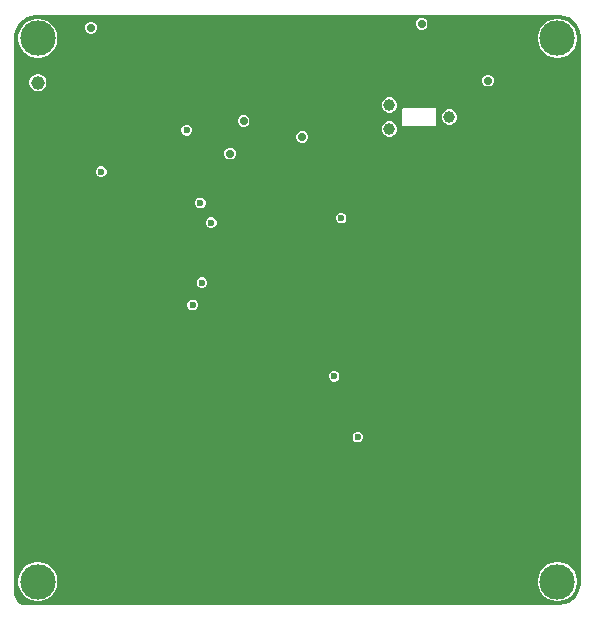
<source format=gbr>
%TF.GenerationSoftware,Altium Limited,Altium Designer,23.5.1 (21)*%
G04 Layer_Physical_Order=2*
G04 Layer_Color=12811406*
%FSLAX45Y45*%
%MOMM*%
%TF.SameCoordinates,D1A1A69A-B0F0-4312-96CC-35C0D177272F*%
%TF.FilePolarity,Positive*%
%TF.FileFunction,Copper,L2,Inr,Signal*%
%TF.Part,Single*%
G01*
G75*
%TA.AperFunction,ViaPad*%
%ADD53C,1.15200*%
%ADD54C,3.00000*%
%TA.AperFunction,ComponentPad*%
%ADD55C,0.99100*%
%TA.AperFunction,ViaPad*%
%ADD56C,0.80000*%
%ADD57C,0.60000*%
%ADD58C,0.70000*%
%ADD59C,0.50000*%
G36*
X12858337Y9992314D02*
X12894736Y9977238D01*
X12927492Y9955350D01*
X12955350Y9927492D01*
X12977237Y9894736D01*
X12992314Y9858338D01*
X13000000Y9819698D01*
Y9800000D01*
Y5200000D01*
Y5180302D01*
X12992314Y5141662D01*
X12977237Y5105264D01*
X12955350Y5072507D01*
X12927492Y5044650D01*
X12894736Y5022762D01*
X12858337Y5007686D01*
X12819698Y5000000D01*
X8290151D01*
X8270831Y5003843D01*
X8252632Y5011381D01*
X8236254Y5022325D01*
X8222325Y5036254D01*
X8211381Y5052632D01*
X8203843Y5070831D01*
X8200000Y5090151D01*
Y5100000D01*
Y9800000D01*
Y9800000D01*
Y9819698D01*
X8207686Y9858338D01*
X8222762Y9894736D01*
X8244650Y9927492D01*
X8272507Y9955350D01*
X8305264Y9977238D01*
X8341662Y9992314D01*
X8380302Y10000000D01*
X12819698D01*
X12858337Y9992314D01*
D02*
G37*
%LPC*%
G36*
X11658745Y9973101D02*
X11638854D01*
X11620477Y9965489D01*
X11606412Y9951424D01*
X11598800Y9933047D01*
Y9913156D01*
X11606412Y9894779D01*
X11620477Y9880713D01*
X11638854Y9873101D01*
X11658745D01*
X11677122Y9880713D01*
X11691188Y9894779D01*
X11698800Y9913156D01*
Y9933047D01*
X11691188Y9951424D01*
X11677122Y9965489D01*
X11658745Y9973101D01*
D02*
G37*
G36*
X8859946Y9940000D02*
X8840054D01*
X8821677Y9932388D01*
X8807612Y9918323D01*
X8800000Y9899946D01*
Y9880054D01*
X8807612Y9861677D01*
X8821677Y9847612D01*
X8840054Y9840000D01*
X8859946D01*
X8878323Y9847612D01*
X8892388Y9861677D01*
X8900000Y9880054D01*
Y9899946D01*
X8892388Y9918323D01*
X8878323Y9932388D01*
X8859946Y9940000D01*
D02*
G37*
G36*
X12816251Y9965000D02*
X12783749D01*
X12751871Y9958659D01*
X12721843Y9946221D01*
X12694819Y9928164D01*
X12671836Y9905181D01*
X12653779Y9878157D01*
X12641341Y9848129D01*
X12635000Y9816251D01*
Y9783749D01*
X12641341Y9751871D01*
X12653779Y9721843D01*
X12671836Y9694819D01*
X12694819Y9671836D01*
X12721843Y9653779D01*
X12751871Y9641341D01*
X12783749Y9635000D01*
X12816251D01*
X12848129Y9641341D01*
X12878157Y9653779D01*
X12905180Y9671836D01*
X12928165Y9694819D01*
X12946220Y9721843D01*
X12958659Y9751871D01*
X12964999Y9783749D01*
Y9816251D01*
X12958659Y9848129D01*
X12946220Y9878157D01*
X12928165Y9905181D01*
X12905180Y9928164D01*
X12878157Y9946221D01*
X12848129Y9958659D01*
X12816251Y9965000D01*
D02*
G37*
G36*
X8416251D02*
X8383749D01*
X8351871Y9958659D01*
X8321843Y9946221D01*
X8294819Y9928164D01*
X8271836Y9905181D01*
X8253779Y9878157D01*
X8241341Y9848129D01*
X8235000Y9816251D01*
Y9783749D01*
X8241341Y9751871D01*
X8253779Y9721843D01*
X8271836Y9694819D01*
X8294819Y9671836D01*
X8321843Y9653779D01*
X8351871Y9641341D01*
X8383749Y9635000D01*
X8416251D01*
X8448129Y9641341D01*
X8478157Y9653779D01*
X8505181Y9671836D01*
X8528164Y9694819D01*
X8546221Y9721843D01*
X8558659Y9751871D01*
X8565000Y9783749D01*
Y9816251D01*
X8558659Y9848129D01*
X8546221Y9878157D01*
X8528164Y9905181D01*
X8505181Y9928164D01*
X8478157Y9946221D01*
X8448129Y9958659D01*
X8416251Y9965000D01*
D02*
G37*
G36*
X12224265Y9492271D02*
X12204374D01*
X12185997Y9484659D01*
X12171931Y9470594D01*
X12164320Y9452217D01*
Y9432326D01*
X12171931Y9413948D01*
X12185997Y9399883D01*
X12204374Y9392271D01*
X12224265D01*
X12242642Y9399883D01*
X12256708Y9413948D01*
X12264319Y9432326D01*
Y9452217D01*
X12256708Y9470594D01*
X12242642Y9484659D01*
X12224265Y9492271D01*
D02*
G37*
G36*
X8409558Y9497600D02*
X8390442D01*
X8371977Y9492652D01*
X8355423Y9483094D01*
X8341906Y9469577D01*
X8332348Y9453022D01*
X8327400Y9434558D01*
Y9415442D01*
X8332348Y9396977D01*
X8341906Y9380423D01*
X8355423Y9366906D01*
X8371977Y9357348D01*
X8390442Y9352400D01*
X8409558D01*
X8428023Y9357348D01*
X8444577Y9366906D01*
X8458094Y9380423D01*
X8467652Y9396977D01*
X8472600Y9415442D01*
Y9434558D01*
X8467652Y9453022D01*
X8458094Y9469577D01*
X8444577Y9483094D01*
X8428023Y9492652D01*
X8409558Y9497600D01*
D02*
G37*
G36*
X11388840Y9299650D02*
X11363160D01*
X11339436Y9289823D01*
X11321277Y9271664D01*
X11311450Y9247940D01*
Y9222260D01*
X11321277Y9198535D01*
X11339436Y9180377D01*
X11363160Y9170550D01*
X11388840D01*
X11412565Y9180377D01*
X11430723Y9198535D01*
X11440550Y9222260D01*
Y9247940D01*
X11430723Y9271664D01*
X11412565Y9289823D01*
X11388840Y9299650D01*
D02*
G37*
G36*
X11896840Y9198050D02*
X11871160D01*
X11847436Y9188223D01*
X11829277Y9170064D01*
X11819450Y9146340D01*
Y9120660D01*
X11829277Y9096935D01*
X11847436Y9078777D01*
X11871160Y9068950D01*
X11896840D01*
X11920565Y9078777D01*
X11938723Y9096935D01*
X11948550Y9120660D01*
Y9146340D01*
X11938723Y9170064D01*
X11920565Y9188223D01*
X11896840Y9198050D01*
D02*
G37*
G36*
X11757158Y9213315D02*
X11503000D01*
X11491520Y9208559D01*
X11486764Y9197079D01*
Y9070000D01*
X11491520Y9058519D01*
X11503000Y9053764D01*
X11757158D01*
X11768639Y9058519D01*
X11773394Y9070000D01*
Y9197079D01*
X11768639Y9208559D01*
X11757158Y9213315D01*
D02*
G37*
G36*
X10151953Y9148908D02*
X10132062D01*
X10113685Y9141296D01*
X10099620Y9127231D01*
X10092008Y9108854D01*
Y9088962D01*
X10099620Y9070585D01*
X10113685Y9056520D01*
X10132062Y9048908D01*
X10151953D01*
X10170330Y9056520D01*
X10184396Y9070585D01*
X10192008Y9088962D01*
Y9108854D01*
X10184396Y9127231D01*
X10170330Y9141296D01*
X10151953Y9148908D01*
D02*
G37*
G36*
X9669062Y9064944D02*
X9651160D01*
X9634620Y9058093D01*
X9621962Y9045435D01*
X9615111Y9028895D01*
Y9010993D01*
X9621962Y8994454D01*
X9634620Y8981795D01*
X9651160Y8974944D01*
X9669062D01*
X9685601Y8981795D01*
X9698260Y8994454D01*
X9705111Y9010993D01*
Y9028895D01*
X9698260Y9045435D01*
X9685601Y9058093D01*
X9669062Y9064944D01*
D02*
G37*
G36*
X11388840Y9096450D02*
X11363160D01*
X11339436Y9086623D01*
X11321277Y9068464D01*
X11311450Y9044740D01*
Y9019060D01*
X11321277Y8995335D01*
X11339436Y8977177D01*
X11363160Y8967350D01*
X11388840D01*
X11412565Y8977177D01*
X11430723Y8995335D01*
X11440550Y9019060D01*
Y9044740D01*
X11430723Y9068464D01*
X11412565Y9086623D01*
X11388840Y9096450D01*
D02*
G37*
G36*
X10650006Y9013660D02*
X10630114D01*
X10611737Y9006048D01*
X10597672Y8991983D01*
X10590060Y8973606D01*
Y8953714D01*
X10597672Y8935337D01*
X10611737Y8921272D01*
X10630114Y8913660D01*
X10650006D01*
X10668383Y8921272D01*
X10682448Y8935337D01*
X10690060Y8953714D01*
Y8973606D01*
X10682448Y8991983D01*
X10668383Y9006048D01*
X10650006Y9013660D01*
D02*
G37*
G36*
X10040406Y8873960D02*
X10020514D01*
X10002137Y8866348D01*
X9988072Y8852283D01*
X9980460Y8833906D01*
Y8814014D01*
X9988072Y8795637D01*
X10002137Y8781572D01*
X10020514Y8773960D01*
X10040406D01*
X10058783Y8781572D01*
X10072848Y8795637D01*
X10080460Y8814014D01*
Y8833906D01*
X10072848Y8852283D01*
X10058783Y8866348D01*
X10040406Y8873960D01*
D02*
G37*
G36*
X8946185Y8716150D02*
X8928283D01*
X8911743Y8709300D01*
X8899085Y8696641D01*
X8892234Y8680102D01*
Y8662200D01*
X8899085Y8645660D01*
X8911743Y8633002D01*
X8928283Y8626151D01*
X8946185D01*
X8962724Y8633002D01*
X8975383Y8645660D01*
X8982234Y8662200D01*
Y8680102D01*
X8975383Y8696641D01*
X8962724Y8709300D01*
X8946185Y8716150D01*
D02*
G37*
G36*
X9785348Y8450532D02*
X9767446D01*
X9750907Y8443681D01*
X9738248Y8431023D01*
X9731397Y8414483D01*
Y8396581D01*
X9738248Y8380042D01*
X9750907Y8367383D01*
X9767446Y8360532D01*
X9785348D01*
X9801887Y8367383D01*
X9814546Y8380042D01*
X9821397Y8396581D01*
Y8414483D01*
X9814546Y8431023D01*
X9801887Y8443681D01*
X9785348Y8450532D01*
D02*
G37*
G36*
X10976960Y8322164D02*
X10959058D01*
X10942518Y8315314D01*
X10929860Y8302655D01*
X10923009Y8286116D01*
Y8268214D01*
X10929860Y8251674D01*
X10942518Y8239016D01*
X10959058Y8232165D01*
X10976960D01*
X10993499Y8239016D01*
X11006158Y8251674D01*
X11013008Y8268214D01*
Y8286116D01*
X11006158Y8302655D01*
X10993499Y8315314D01*
X10976960Y8322164D01*
D02*
G37*
G36*
X9877304Y8284441D02*
X9859402D01*
X9842862Y8277590D01*
X9830204Y8264932D01*
X9823353Y8248392D01*
Y8230490D01*
X9830204Y8213951D01*
X9842862Y8201292D01*
X9859402Y8194441D01*
X9877304D01*
X9893843Y8201292D01*
X9906502Y8213951D01*
X9913353Y8230490D01*
Y8248392D01*
X9906502Y8264932D01*
X9893843Y8277590D01*
X9877304Y8284441D01*
D02*
G37*
G36*
X9798951Y7775000D02*
X9781049D01*
X9764510Y7768149D01*
X9751851Y7755490D01*
X9745000Y7738951D01*
Y7721049D01*
X9751851Y7704510D01*
X9764510Y7691851D01*
X9781049Y7685000D01*
X9798951D01*
X9815490Y7691851D01*
X9828149Y7704510D01*
X9835000Y7721049D01*
Y7738951D01*
X9828149Y7755490D01*
X9815490Y7768149D01*
X9798951Y7775000D01*
D02*
G37*
G36*
X9718859Y7586985D02*
X9700957D01*
X9684417Y7580134D01*
X9671759Y7567475D01*
X9664908Y7550936D01*
Y7533034D01*
X9671759Y7516494D01*
X9684417Y7503836D01*
X9700957Y7496985D01*
X9718859D01*
X9735398Y7503836D01*
X9748057Y7516494D01*
X9754908Y7533034D01*
Y7550936D01*
X9748057Y7567475D01*
X9735398Y7580134D01*
X9718859Y7586985D01*
D02*
G37*
G36*
X10917103Y6984132D02*
X10899201D01*
X10882661Y6977281D01*
X10870003Y6964622D01*
X10863152Y6948083D01*
Y6930181D01*
X10870003Y6913641D01*
X10882661Y6900983D01*
X10899201Y6894132D01*
X10917103D01*
X10933642Y6900983D01*
X10946301Y6913641D01*
X10953152Y6930181D01*
Y6948083D01*
X10946301Y6964622D01*
X10933642Y6977281D01*
X10917103Y6984132D01*
D02*
G37*
G36*
X11119701Y6468305D02*
X11101799D01*
X11085260Y6461454D01*
X11072601Y6448795D01*
X11065751Y6432256D01*
Y6414354D01*
X11072601Y6397814D01*
X11085260Y6385156D01*
X11101799Y6378305D01*
X11119701D01*
X11136241Y6385156D01*
X11148899Y6397814D01*
X11155750Y6414354D01*
Y6432256D01*
X11148899Y6448795D01*
X11136241Y6461454D01*
X11119701Y6468305D01*
D02*
G37*
G36*
X12816251Y5365000D02*
X12783749D01*
X12751871Y5358659D01*
X12721843Y5346221D01*
X12694819Y5328164D01*
X12671836Y5305181D01*
X12653779Y5278157D01*
X12641341Y5248129D01*
X12635000Y5216251D01*
Y5183749D01*
X12641341Y5151871D01*
X12653779Y5121843D01*
X12671836Y5094819D01*
X12694819Y5071836D01*
X12721843Y5053779D01*
X12751871Y5041341D01*
X12783749Y5035000D01*
X12816251D01*
X12848129Y5041341D01*
X12878157Y5053779D01*
X12905180Y5071836D01*
X12928165Y5094819D01*
X12946220Y5121843D01*
X12958659Y5151871D01*
X12964999Y5183749D01*
Y5216251D01*
X12958659Y5248129D01*
X12946220Y5278157D01*
X12928165Y5305181D01*
X12905180Y5328164D01*
X12878157Y5346221D01*
X12848129Y5358659D01*
X12816251Y5365000D01*
D02*
G37*
G36*
X8416251D02*
X8383749D01*
X8351871Y5358659D01*
X8321843Y5346221D01*
X8294819Y5328164D01*
X8271836Y5305181D01*
X8253779Y5278157D01*
X8241341Y5248129D01*
X8235000Y5216251D01*
Y5183749D01*
X8241341Y5151871D01*
X8253779Y5121843D01*
X8271836Y5094819D01*
X8294819Y5071836D01*
X8321843Y5053779D01*
X8351871Y5041341D01*
X8383749Y5035000D01*
X8416251D01*
X8448129Y5041341D01*
X8478157Y5053779D01*
X8505181Y5071836D01*
X8528164Y5094819D01*
X8546221Y5121843D01*
X8558659Y5151871D01*
X8565000Y5183749D01*
Y5216251D01*
X8558659Y5248129D01*
X8546221Y5278157D01*
X8528164Y5305181D01*
X8505181Y5328164D01*
X8478157Y5346221D01*
X8448129Y5358659D01*
X8416251Y5365000D01*
D02*
G37*
%LPD*%
D53*
X12800000Y5550000D02*
D03*
X8400000Y9425000D02*
D03*
D54*
Y5200000D02*
D03*
Y9800000D02*
D03*
X12800000D02*
D03*
Y5200000D02*
D03*
D55*
X11884000Y9133500D02*
D03*
X11376000Y9031900D02*
D03*
Y9235100D02*
D03*
D56*
X11971730Y9281201D02*
D03*
X10770295Y8785651D02*
D03*
X10574552Y8602296D02*
D03*
X10849584Y8545307D02*
D03*
X10691006Y8404076D02*
D03*
X10965606Y9876418D02*
D03*
X11934005Y9906859D02*
D03*
X12134005D02*
D03*
X12334005D02*
D03*
X10850548Y9354921D02*
D03*
X10789084Y9874126D02*
D03*
X9791758Y9874650D02*
D03*
X9991758D02*
D03*
X10191758D02*
D03*
X10391758D02*
D03*
X10591758D02*
D03*
X11268446Y9307912D02*
D03*
X12797361Y9503186D02*
D03*
X12897362Y9303186D02*
D03*
X12797361Y9103186D02*
D03*
X12897362Y8903186D02*
D03*
X12797361Y8703186D02*
D03*
X12897362Y8503186D02*
D03*
X12797361Y7103185D02*
D03*
X12897362Y6903185D02*
D03*
X12797361Y6703185D02*
D03*
X12897362Y6503185D02*
D03*
X12797361Y6303185D02*
D03*
X12897362Y6103185D02*
D03*
X12797361Y5903185D02*
D03*
X12897362Y5703184D02*
D03*
X12597361Y9503186D02*
D03*
X12697361Y9303186D02*
D03*
X12597361Y9103186D02*
D03*
X12697361Y8903186D02*
D03*
X12597361Y8703186D02*
D03*
X12697361Y8503186D02*
D03*
Y6903185D02*
D03*
X12597361Y6703185D02*
D03*
X12697361Y6503185D02*
D03*
X12597361Y6303185D02*
D03*
X12697361Y6103185D02*
D03*
X12597361Y5903185D02*
D03*
X12697361Y5703184D02*
D03*
X12597361Y5503184D02*
D03*
Y5103184D02*
D03*
X12497361Y9703187D02*
D03*
X12397361Y9503186D02*
D03*
X12497361Y9303186D02*
D03*
X12397361Y9103186D02*
D03*
X12497361Y8903186D02*
D03*
X12397361Y8703186D02*
D03*
X12497361Y8503186D02*
D03*
X12397361Y8303186D02*
D03*
Y5903185D02*
D03*
X12497361Y5703184D02*
D03*
X12397361Y5503184D02*
D03*
X12497361Y5303184D02*
D03*
X12397361Y5103184D02*
D03*
X12297361Y9703187D02*
D03*
Y9303186D02*
D03*
Y8503186D02*
D03*
X12197361Y8303186D02*
D03*
X12297361Y8103186D02*
D03*
Y7703186D02*
D03*
Y5703184D02*
D03*
X12197361Y5503184D02*
D03*
X12297361Y5303184D02*
D03*
X12197361Y5103184D02*
D03*
X11997361Y9503186D02*
D03*
Y9103186D02*
D03*
X12097361Y8503186D02*
D03*
X11997361Y8303186D02*
D03*
X12097361Y8103186D02*
D03*
Y7703186D02*
D03*
X11997361Y7503185D02*
D03*
X12097361Y5703184D02*
D03*
X11997361Y5503184D02*
D03*
X12097361Y5303184D02*
D03*
X11997361Y5103184D02*
D03*
X11897361Y8903186D02*
D03*
Y8503186D02*
D03*
X11797360Y8303186D02*
D03*
X11897361Y8103186D02*
D03*
Y7703186D02*
D03*
X11797360Y7503185D02*
D03*
X11897361Y7303185D02*
D03*
Y6103185D02*
D03*
Y5703184D02*
D03*
X11797360Y5503184D02*
D03*
X11897361Y5303184D02*
D03*
X11797360Y5103184D02*
D03*
X11597360Y8303186D02*
D03*
X11697360Y8103186D02*
D03*
Y7703186D02*
D03*
Y7303185D02*
D03*
Y6103185D02*
D03*
X11597360Y5503184D02*
D03*
X11697360Y5303184D02*
D03*
X11597360Y5103184D02*
D03*
X11497360Y8503186D02*
D03*
X11397360Y7503185D02*
D03*
X11497360Y6503185D02*
D03*
Y5303184D02*
D03*
X11397360Y5103184D02*
D03*
X11197360Y9503186D02*
D03*
Y9103186D02*
D03*
X11297360Y8503186D02*
D03*
Y7703186D02*
D03*
Y7303185D02*
D03*
X11197360Y7103185D02*
D03*
X11297360Y5303184D02*
D03*
X11197360Y5103184D02*
D03*
X11097360Y9703187D02*
D03*
X10997360Y9503186D02*
D03*
X11097360Y9303186D02*
D03*
Y8503186D02*
D03*
Y8103186D02*
D03*
Y7703186D02*
D03*
X10797360Y9103186D02*
D03*
X10897360Y7703186D02*
D03*
X10797360Y6703185D02*
D03*
X10897360Y5303184D02*
D03*
X10697360Y9703187D02*
D03*
X10597360Y9503186D02*
D03*
Y6703185D02*
D03*
X10697360Y6503185D02*
D03*
X10597360Y6303185D02*
D03*
X10697360Y6103185D02*
D03*
X10597360Y5903185D02*
D03*
Y5503184D02*
D03*
X10697360Y5303184D02*
D03*
X10497360Y9703187D02*
D03*
X10397360Y9503186D02*
D03*
Y6703185D02*
D03*
X10497360Y6503185D02*
D03*
X10397360Y6303185D02*
D03*
X10497360Y6103185D02*
D03*
X10397360Y5903185D02*
D03*
X10497360Y5703184D02*
D03*
X10397360Y5503184D02*
D03*
X10497360Y5303184D02*
D03*
X10297360Y9703187D02*
D03*
X10197360Y9503186D02*
D03*
X10297360Y9303186D02*
D03*
X10197360Y6703185D02*
D03*
X10297360Y6503185D02*
D03*
X10197360Y6303185D02*
D03*
X10297360Y6103185D02*
D03*
X10197360Y5903185D02*
D03*
X10297360Y5703184D02*
D03*
X10197360Y5503184D02*
D03*
X10297360Y5303184D02*
D03*
X10097360Y9703187D02*
D03*
Y5303184D02*
D03*
X9897359Y9703187D02*
D03*
Y9303186D02*
D03*
Y8503186D02*
D03*
Y7303185D02*
D03*
Y6503185D02*
D03*
X9797359Y6303185D02*
D03*
X9897359Y6103185D02*
D03*
X9797359Y5903185D02*
D03*
X9597359Y9503186D02*
D03*
Y8303186D02*
D03*
Y7503185D02*
D03*
X9697359Y7303185D02*
D03*
X9597359Y7103185D02*
D03*
X9397359Y9503186D02*
D03*
Y8703186D02*
D03*
X9497359Y8503186D02*
D03*
X9397359Y8303186D02*
D03*
X9497359Y7303185D02*
D03*
Y6903185D02*
D03*
X9397359Y6703185D02*
D03*
Y6303185D02*
D03*
X9197359Y8703186D02*
D03*
Y8303186D02*
D03*
X9297359Y8103186D02*
D03*
X9197359Y7903186D02*
D03*
X9297359Y6503185D02*
D03*
X9197359Y6303185D02*
D03*
X9297359Y6103185D02*
D03*
X9197359Y5103184D02*
D03*
X8997359Y8303186D02*
D03*
X9097359Y8103186D02*
D03*
X8997359Y7903186D02*
D03*
X9097359Y6503185D02*
D03*
X8997359Y6303185D02*
D03*
X9097359Y6103185D02*
D03*
X8997359Y5903185D02*
D03*
Y5503184D02*
D03*
Y5103184D02*
D03*
X8797359Y9503186D02*
D03*
Y9103186D02*
D03*
Y8703186D02*
D03*
Y8303186D02*
D03*
X8897359Y8103186D02*
D03*
X8797359Y7903186D02*
D03*
X8897359Y7703186D02*
D03*
X8797359Y7503185D02*
D03*
Y7103185D02*
D03*
Y6703185D02*
D03*
X8897359Y6503185D02*
D03*
X8797359Y6303185D02*
D03*
X8897359Y6103185D02*
D03*
X8797359Y5903185D02*
D03*
X8897359Y5703184D02*
D03*
X8797359Y5503184D02*
D03*
X8897359Y5303184D02*
D03*
X8797359Y5103184D02*
D03*
X8697359Y9703187D02*
D03*
X8597359Y9503186D02*
D03*
X8697359Y9303186D02*
D03*
X8597359Y9103186D02*
D03*
Y8703186D02*
D03*
X8697359Y8503186D02*
D03*
X8597359Y8303186D02*
D03*
X8697359Y8103186D02*
D03*
X8597359Y7903186D02*
D03*
X8697359Y7703186D02*
D03*
X8597359Y7503185D02*
D03*
X8697359Y7303185D02*
D03*
X8597359Y7103185D02*
D03*
X8697359Y6903185D02*
D03*
X8597359Y6703185D02*
D03*
X8697359Y6503185D02*
D03*
X8597359Y6303185D02*
D03*
X8697359Y6103185D02*
D03*
X8597359Y5903185D02*
D03*
X8697359Y5703184D02*
D03*
X8597359Y5503184D02*
D03*
X8697359Y5303184D02*
D03*
X8597359Y5103184D02*
D03*
X8497359Y9303186D02*
D03*
X8397359Y9103186D02*
D03*
X8497359Y8903186D02*
D03*
X8397359Y8703186D02*
D03*
X8497359Y8503186D02*
D03*
X8397359Y8303186D02*
D03*
X8497359Y8103186D02*
D03*
X8397359Y7903186D02*
D03*
X8497359Y7703186D02*
D03*
X8397359Y7503185D02*
D03*
X8497359Y7303185D02*
D03*
X8397359Y7103185D02*
D03*
X8497359Y6903185D02*
D03*
X8397359Y6703185D02*
D03*
X8497359Y6503185D02*
D03*
X8397359Y6303185D02*
D03*
X8497359Y6103185D02*
D03*
X8397359Y5903185D02*
D03*
X8497359Y5703184D02*
D03*
X8397359Y5503184D02*
D03*
D57*
X12151915Y6217468D02*
D03*
X9776397Y8405532D02*
D03*
X9495615Y8848359D02*
D03*
X8937234Y8671151D02*
D03*
X11110750Y6423305D02*
D03*
X10908152Y6939132D02*
D03*
X9660111Y9019944D02*
D03*
X11337864Y6380616D02*
D03*
X9935167Y7978251D02*
D03*
X10968009Y8277165D02*
D03*
X9868353Y8239441D02*
D03*
X9709908Y7541985D02*
D03*
X9790000Y7730000D02*
D03*
X9214163Y6658316D02*
D03*
X9393198Y7141804D02*
D03*
X8668811Y8848881D02*
D03*
X9029700Y5600700D02*
D03*
X12192000Y6832600D02*
D03*
X12136892Y6373467D02*
D03*
X12512908Y8037044D02*
D03*
X11277600Y9715500D02*
D03*
X9512300Y9702800D02*
D03*
X9767528Y9368961D02*
D03*
X10955226Y7145888D02*
D03*
X10740699Y6899716D02*
D03*
X10101642Y8316621D02*
D03*
X10041529Y8643378D02*
D03*
X12389794Y6737657D02*
D03*
X12137757Y6588375D02*
D03*
D58*
X10142008Y9098908D02*
D03*
X11648800Y9923101D02*
D03*
X12214319Y9442271D02*
D03*
X10640060Y8963660D02*
D03*
X10030460Y8823960D02*
D03*
X8850000Y9890000D02*
D03*
D59*
X9050000Y9350000D02*
D03*
X9160000D02*
D03*
Y9240000D02*
D03*
X9050000D02*
D03*
X10603642Y7560005D02*
D03*
X10493642D02*
D03*
X10383642D02*
D03*
X10273642D02*
D03*
X10163642D02*
D03*
X10603642Y7670005D02*
D03*
X10493642D02*
D03*
X10383642D02*
D03*
X10273642D02*
D03*
X10163642D02*
D03*
X10603642Y7780005D02*
D03*
X10493642D02*
D03*
X10383642D02*
D03*
X10273642D02*
D03*
X10163642D02*
D03*
X10603642Y7890005D02*
D03*
X10493642D02*
D03*
X10383642D02*
D03*
X10273642D02*
D03*
X10163642D02*
D03*
X10603642Y8000005D02*
D03*
X10493642D02*
D03*
X10383642D02*
D03*
X10273642D02*
D03*
X10163642D02*
D03*
%TF.MD5,1452da6d5b8195cd1ceae265ba8dbdfe*%
M02*

</source>
